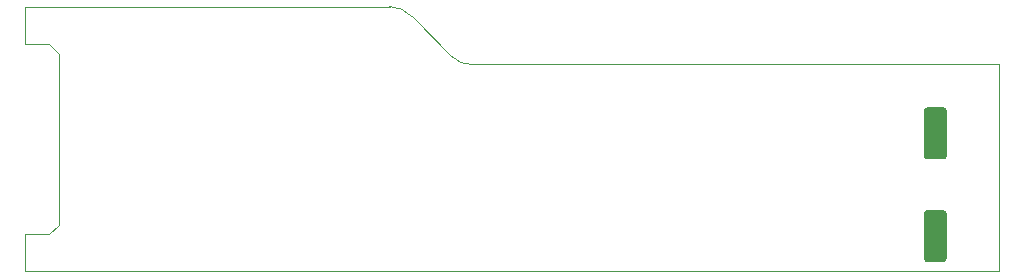
<source format=gbr>
%TF.GenerationSoftware,KiCad,Pcbnew,(5.1.7)-1*%
%TF.CreationDate,2021-11-04T21:35:45+01:00*%
%TF.ProjectId,window-sensor,77696e64-6f77-42d7-9365-6e736f722e6b,rev?*%
%TF.SameCoordinates,PX7270e00PY57bcf00*%
%TF.FileFunction,Paste,Bot*%
%TF.FilePolarity,Positive*%
%FSLAX46Y46*%
G04 Gerber Fmt 4.6, Leading zero omitted, Abs format (unit mm)*
G04 Created by KiCad (PCBNEW (5.1.7)-1) date 2021-11-04 21:35:45*
%MOMM*%
%LPD*%
G01*
G04 APERTURE LIST*
%TA.AperFunction,Profile*%
%ADD10C,0.050000*%
%TD*%
G04 APERTURE END LIST*
D10*
X-4900000Y-4100000D02*
X-4100000Y-4900000D01*
X-4900000Y-20200000D02*
X-4100000Y-19400000D01*
X-7000000Y-23300000D02*
X-7000000Y-20200000D01*
X-4900000Y-20200000D02*
X-7000000Y-20200000D01*
X-4100000Y-4900000D02*
X-4100000Y-19400000D01*
X-7000000Y-4100000D02*
X-4900000Y-4100000D01*
X23900000Y-900000D02*
G75*
G02*
X25770760Y-1744841I-59239J-2624840D01*
G01*
X30817250Y-5799023D02*
G75*
G02*
X29210000Y-5150000I-107250J2049023D01*
G01*
X30817250Y-5799024D02*
X75500000Y-5800000D01*
X25770760Y-1744841D02*
X29210000Y-5150000D01*
X-7000000Y-4100000D02*
X-7000000Y-900000D01*
X75500000Y-23300000D02*
X-7000000Y-23300000D01*
X75500000Y-5800000D02*
X75500000Y-23300000D01*
X-7000000Y-900000D02*
X23900000Y-900000D01*
%TO.C,1000uF-1*%
G36*
G01*
X69399998Y-18150000D02*
X70800002Y-18150000D01*
G75*
G02*
X71050000Y-18399998I0J-249998D01*
G01*
X71050000Y-22300002D01*
G75*
G02*
X70800002Y-22550000I-249998J0D01*
G01*
X69399998Y-22550000D01*
G75*
G02*
X69150000Y-22300002I0J249998D01*
G01*
X69150000Y-18399998D01*
G75*
G02*
X69399998Y-18150000I249998J0D01*
G01*
G37*
G36*
G01*
X69399998Y-9450000D02*
X70800002Y-9450000D01*
G75*
G02*
X71050000Y-9699998I0J-249998D01*
G01*
X71050000Y-13600002D01*
G75*
G02*
X70800002Y-13850000I-249998J0D01*
G01*
X69399998Y-13850000D01*
G75*
G02*
X69150000Y-13600002I0J249998D01*
G01*
X69150000Y-9699998D01*
G75*
G02*
X69399998Y-9450000I249998J0D01*
G01*
G37*
%TD*%
M02*

</source>
